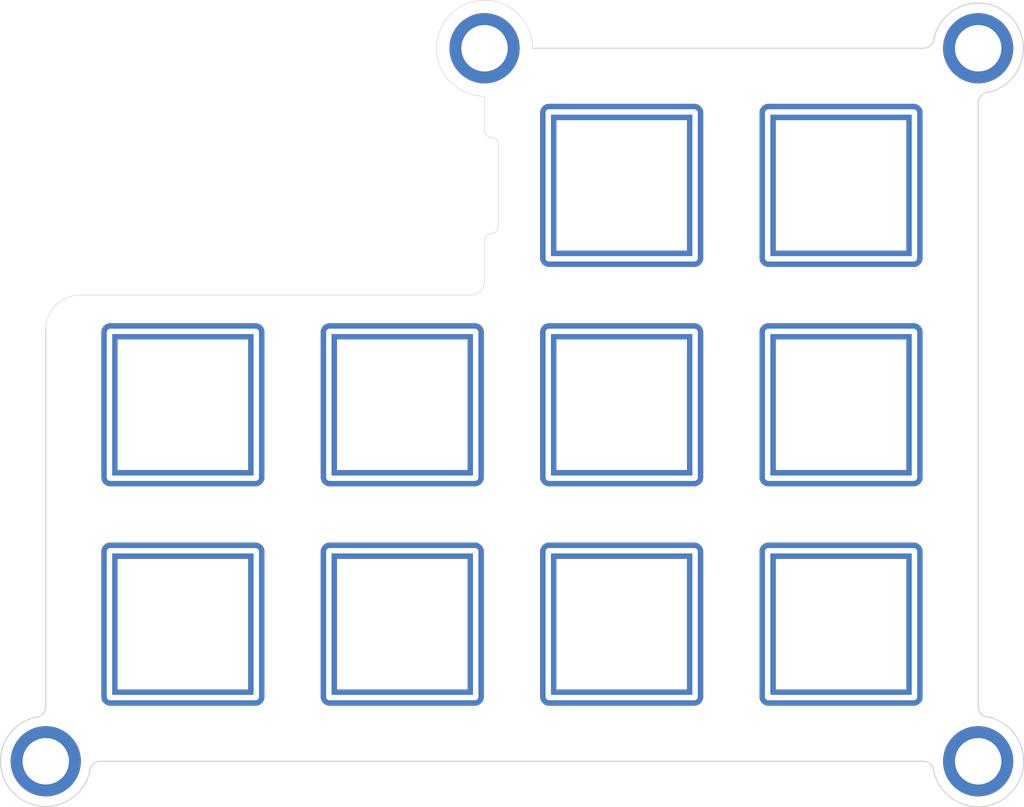
<source format=kicad_pcb>
(kicad_pcb (version 20221018) (generator pcbnew)
  (layers (0 "F.Cu" signal) (31 "B.Cu" signal) (34 "B.Paste" user) (35 "F.Paste" user) (36 "B.SilkS" user "B.Silkscreen") (37 "F.SilkS" user "F.Silkscreen") (38 "B.Mask" user) (39 "F.Mask" user) (44 "Edge.Cuts" user))
  (net 0 "")
  (net 1 "Col2")
  (net 2 "Col3")
  (net 3 "Col0")
  (net 4 "Col1")
  (footprint "kbd:M2_HOLE" (layer "F.Cu") (at 116.84 137.16)
    (fp_text reference "Ref**" hide)
    (fp_text value "Val**" hide)
    (pad "" thru_hole circle (at 0 0) (size 6.5 6.5) (drill 4.3) (layers "*.Cu" "*.Mask"))
  )
  (footprint "kbd:SW_Hole_TH" (layer "F.Cu") (at 129.54 124.46)
    (fp_text reference "SW7" hide)
    (fp_text value "SW_Push" hide)
    (pad "1" thru_hole oval (at -6.8 0) (size 1.5 15) (drill oval 0.5 14) (layers "*.Cu" "*.Mask") (net 3 "Col0"))
    (pad "1" thru_hole oval (at 0 -6.8 90) (size 1.5 15) (drill oval 0.5 14) (layers "*.Cu" "*.Mask") (net 3 "Col0"))
    (pad "1" thru_hole oval (at 0 6.8 90) (size 1.5 15) (drill oval 0.5 14) (layers "*.Cu" "*.Mask") (net 3 "Col0"))
    (pad "1" thru_hole oval (at 6.8 0) (size 1.5 15) (drill oval 0.5 14) (layers "*.Cu" "*.Mask") (net 3 "Col0"))
  )
  (footprint "kbd:SW_Hole_TH" (layer "F.Cu") (at 190.5 83.82)
    (fp_text reference "SW2" hide)
    (fp_text value "SW_Push" hide)
    (pad "1" thru_hole oval (at -6.8 0) (size 1.5 15) (drill oval 0.5 14) (layers "*.Cu" "*.Mask") (net 2 "Col3"))
    (pad "1" thru_hole oval (at 0 -6.8 90) (size 1.5 15) (drill oval 0.5 14) (layers "*.Cu" "*.Mask") (net 2 "Col3"))
    (pad "1" thru_hole oval (at 0 6.8 90) (size 1.5 15) (drill oval 0.5 14) (layers "*.Cu" "*.Mask") (net 2 "Col3"))
    (pad "1" thru_hole oval (at 6.8 0) (size 1.5 15) (drill oval 0.5 14) (layers "*.Cu" "*.Mask") (net 2 "Col3"))
  )
  (footprint "kbd:SW_Hole_TH" (layer "F.Cu") (at 190.5 124.46)
    (fp_text reference "SW10" hide)
    (fp_text value "SW_Push" hide)
    (pad "1" thru_hole oval (at -6.8 0) (size 1.5 15) (drill oval 0.5 14) (layers "*.Cu" "*.Mask") (net 2 "Col3"))
    (pad "1" thru_hole oval (at 0 -6.8 90) (size 1.5 15) (drill oval 0.5 14) (layers "*.Cu" "*.Mask") (net 2 "Col3"))
    (pad "1" thru_hole oval (at 0 6.8 90) (size 1.5 15) (drill oval 0.5 14) (layers "*.Cu" "*.Mask") (net 2 "Col3"))
    (pad "1" thru_hole oval (at 6.8 0) (size 1.5 15) (drill oval 0.5 14) (layers "*.Cu" "*.Mask") (net 2 "Col3"))
  )
  (footprint "kbd:SW_Hole_TH" (layer "F.Cu") (at 170.18 83.82)
    (fp_text reference "SW1" hide)
    (fp_text value "SW_Push" hide)
    (pad "1" thru_hole oval (at -6.8 0) (size 1.5 15) (drill oval 0.5 14) (layers "*.Cu" "*.Mask") (net 1 "Col2"))
    (pad "1" thru_hole oval (at 0 -6.8 90) (size 1.5 15) (drill oval 0.5 14) (layers "*.Cu" "*.Mask") (net 1 "Col2"))
    (pad "1" thru_hole oval (at 0 6.8 90) (size 1.5 15) (drill oval 0.5 14) (layers "*.Cu" "*.Mask") (net 1 "Col2"))
    (pad "1" thru_hole oval (at 6.8 0) (size 1.5 15) (drill oval 0.5 14) (layers "*.Cu" "*.Mask") (net 1 "Col2"))
  )
  (footprint "kbd:M2_HOLE" (layer "F.Cu") (at 203.2 71.12)
    (fp_text reference "Ref**" hide)
    (fp_text value "Val**" hide)
    (pad "" thru_hole circle (at 0 0) (size 6.5 6.5) (drill 4.3) (layers "*.Cu" "*.Mask"))
  )
  (footprint "kbd:SW_Hole_TH" (layer "F.Cu") (at 190.5 104.14)
    (fp_text reference "SW6" hide)
    (fp_text value "SW_Push" hide)
    (pad "1" thru_hole oval (at -6.8 0) (size 1.5 15) (drill oval 0.5 14) (layers "*.Cu" "*.Mask") (net 2 "Col3"))
    (pad "1" thru_hole oval (at 0 -6.8 90) (size 1.5 15) (drill oval 0.5 14) (layers "*.Cu" "*.Mask") (net 2 "Col3"))
    (pad "1" thru_hole oval (at 0 6.8 90) (size 1.5 15) (drill oval 0.5 14) (layers "*.Cu" "*.Mask") (net 2 "Col3"))
    (pad "1" thru_hole oval (at 6.8 0) (size 1.5 15) (drill oval 0.5 14) (layers "*.Cu" "*.Mask") (net 2 "Col3"))
  )
  (footprint "kbd:M2_HOLE" (layer "F.Cu") (at 157.48 71.12)
    (fp_text reference "Ref**" hide)
    (fp_text value "Val**" hide)
    (pad "" thru_hole circle (at 0 0) (size 6.5 6.5) (drill 4.3) (layers "*.Cu" "*.Mask"))
  )
  (footprint "kbd:SW_Hole_TH" (layer "F.Cu") (at 170.18 104.14)
    (fp_text reference "SW5" hide)
    (fp_text value "SW_Push" hide)
    (pad "1" thru_hole oval (at -6.8 0) (size 1.5 15) (drill oval 0.5 14) (layers "*.Cu" "*.Mask") (net 1 "Col2"))
    (pad "1" thru_hole oval (at 0 -6.8 90) (size 1.5 15) (drill oval 0.5 14) (layers "*.Cu" "*.Mask") (net 1 "Col2"))
    (pad "1" thru_hole oval (at 0 6.8 90) (size 1.5 15) (drill oval 0.5 14) (layers "*.Cu" "*.Mask") (net 1 "Col2"))
    (pad "1" thru_hole oval (at 6.8 0) (size 1.5 15) (drill oval 0.5 14) (layers "*.Cu" "*.Mask") (net 1 "Col2"))
  )
  (footprint "kbd:M2_HOLE" (layer "F.Cu") (at 203.2 137.16)
    (fp_text reference "Ref**" hide)
    (fp_text value "Val**" hide)
    (pad "" thru_hole circle (at 0 0) (size 6.5 6.5) (drill 4.3) (layers "*.Cu" "*.Mask"))
  )
  (footprint "kbd:SW_Hole_TH" (layer "F.Cu") (at 129.54 104.14)
    (fp_text reference "SW3" hide)
    (fp_text value "SW_Push" hide)
    (pad "1" thru_hole oval (at -6.8 0) (size 1.5 15) (drill oval 0.5 14) (layers "*.Cu" "*.Mask") (net 3 "Col0"))
    (pad "1" thru_hole oval (at 0 -6.8 90) (size 1.5 15) (drill oval 0.5 14) (layers "*.Cu" "*.Mask") (net 3 "Col0"))
    (pad "1" thru_hole oval (at 0 6.8 90) (size 1.5 15) (drill oval 0.5 14) (layers "*.Cu" "*.Mask") (net 3 "Col0"))
    (pad "1" thru_hole oval (at 6.8 0) (size 1.5 15) (drill oval 0.5 14) (layers "*.Cu" "*.Mask") (net 3 "Col0"))
  )
  (footprint "kbd:SW_Hole_TH" (layer "F.Cu") (at 149.86 104.14)
    (fp_text reference "SW4" hide)
    (fp_text value "SW_Push" hide)
    (pad "1" thru_hole oval (at -6.8 0) (size 1.5 15) (drill oval 0.5 14) (layers "*.Cu" "*.Mask") (net 4 "Col1"))
    (pad "1" thru_hole oval (at 0 -6.8 90) (size 1.5 15) (drill oval 0.5 14) (layers "*.Cu" "*.Mask") (net 4 "Col1"))
    (pad "1" thru_hole oval (at 0 6.8 90) (size 1.5 15) (drill oval 0.5 14) (layers "*.Cu" "*.Mask") (net 4 "Col1"))
    (pad "1" thru_hole oval (at 6.8 0) (size 1.5 15) (drill oval 0.5 14) (layers "*.Cu" "*.Mask") (net 4 "Col1"))
  )
  (footprint "kbd:SW_Hole_TH" (layer "F.Cu") (at 170.18 124.46)
    (fp_text reference "SW9" hide)
    (fp_text value "SW_Push" hide)
    (pad "1" thru_hole oval (at -6.8 0) (size 1.5 15) (drill oval 0.5 14) (layers "*.Cu" "*.Mask") (net 1 "Col2"))
    (pad "1" thru_hole oval (at 0 -6.8 90) (size 1.5 15) (drill oval 0.5 14) (layers "*.Cu" "*.Mask") (net 1 "Col2"))
    (pad "1" thru_hole oval (at 0 6.8 90) (size 1.5 15) (drill oval 0.5 14) (layers "*.Cu" "*.Mask") (net 1 "Col2"))
    (pad "1" thru_hole oval (at 6.8 0) (size 1.5 15) (drill oval 0.5 14) (layers "*.Cu" "*.Mask") (net 1 "Col2"))
  )
  (footprint "kbd:SW_Hole_TH" (layer "F.Cu") (at 149.86 124.46)
    (fp_text reference "SW8" hide)
    (fp_text value "SW_Push" hide)
    (pad "1" thru_hole oval (at -6.8 0) (size 1.5 15) (drill oval 0.5 14) (layers "*.Cu" "*.Mask") (net 4 "Col1"))
    (pad "1" thru_hole oval (at 0 -6.8 90) (size 1.5 15) (drill oval 0.5 14) (layers "*.Cu" "*.Mask") (net 4 "Col1"))
    (pad "1" thru_hole oval (at 0 6.8 90) (size 1.5 15) (drill oval 0.5 14) (layers "*.Cu" "*.Mask") (net 4 "Col1"))
    (pad "1" thru_hole oval (at 6.8 0) (size 1.5 15) (drill oval 0.5 14) (layers "*.Cu" "*.Mask") (net 4 "Col1"))
  )
  (gr_arc (start 203.761631 132.988738) (mid 203.351739 132.614143) (end 203.2 132.08) (stroke (width 0.1)) (layer "Edge.Cuts"))
  (gr_arc (start 116.84 97.155) (mid 117.769936 94.909936) (end 120.015 93.98) (stroke (width 0.05)) (layer "Edge.Cuts"))
  (gr_arc (start 120.904001 138.176) (mid 121.20158 137.45758) (end 121.92 137.160001) (stroke (width 0.1)) (layer "Edge.Cuts"))
  (gr_line (start 157.48 91.44) (end 157.48 88.9) (stroke (width 0.05)) (layer "Edge.Cuts"))
  (gr_arc (start 157.48 75.565) (mid 154.33691 67.97691) (end 161.925 71.12) (stroke (width 0.05)) (layer "Edge.Cuts"))
  (gr_arc (start 158.115 79.375) (mid 157.665987 79.189013) (end 157.48 78.74) (stroke (width 0.05)) (layer "Edge.Cuts"))
  (gr_line (start 161.925 71.12) (end 161.925 71.12) (stroke (width 0.05)) (layer "Edge.Cuts"))
  (gr_arc (start 199.136 70.104) (mid 206.162124 68.157876) (end 204.216 75.184) (stroke (width 0.1)) (layer "Edge.Cuts"))
  (gr_line (start 157.48 75.565) (end 157.48 78.74) (stroke (width 0.05)) (layer "Edge.Cuts"))
  (gr_line (start 198.12 137.16) (end 121.92 137.16) (stroke (width 0.1)) (layer "Edge.Cuts"))
  (gr_arc (start 198.12 137.16) (mid 198.654143 137.311739) (end 199.028738 137.721631) (stroke (width 0.1)) (layer "Edge.Cuts"))
  (gr_line (start 203.2 76.2) (end 203.2 132.08) (stroke (width 0.1)) (layer "Edge.Cuts"))
  (gr_arc (start 158.75 87.63) (mid 158.564013 88.079013) (end 158.115 88.265) (stroke (width 0.05)) (layer "Edge.Cuts"))
  (gr_arc (start 199.136 70.104) (mid 198.83842 70.82242) (end 198.12 71.12) (stroke (width 0.1)) (layer "Edge.Cuts"))
  (gr_arc (start 120.904001 138.176) (mid 113.877876 140.122124) (end 115.824 133.095999) (stroke (width 0.1)) (layer "Edge.Cuts"))
  (gr_line (start 157.48 91.44) (end 157.48 92.71) (stroke (width 0.05)) (layer "Edge.Cuts"))
  (gr_arc (start 203.2 76.2) (mid 203.49758 75.48158) (end 204.216 75.184) (stroke (width 0.1)) (layer "Edge.Cuts"))
  (gr_arc (start 157.48 92.71) (mid 157.108026 93.608026) (end 156.21 93.98) (stroke (width 0.05)) (layer "Edge.Cuts"))
  (gr_line (start 120.015 93.98) (end 156.21 93.98) (stroke (width 0.05)) (layer "Edge.Cuts"))
  (gr_arc (start 203.761631 132.988738) (mid 206.176143 140.136143) (end 199.028738 137.721631) (stroke (width 0.1)) (layer "Edge.Cuts"))
  (gr_arc (start 158.115 79.375) (mid 158.564013 79.560987) (end 158.75 80.01) (stroke (width 0.05)) (layer "Edge.Cuts"))
  (gr_line (start 116.84 132.08) (end 116.84 97.155) (stroke (width 0.1)) (layer "Edge.Cuts"))
  (gr_line (start 158.75 80.01) (end 158.75 87.63) (stroke (width 0.05)) (layer "Edge.Cuts"))
  (gr_arc (start 157.48 88.9) (mid 157.665987 88.450987) (end 158.115 88.265) (stroke (width 0.05)) (layer "Edge.Cuts"))
  (gr_line (start 198.12 71.12) (end 161.925 71.12) (stroke (width 0.1)) (layer "Edge.Cuts"))
  (gr_arc (start 116.84 132.08) (mid 116.54242 132.79842) (end 115.824 133.096) (stroke (width 0.1)) (layer "Edge.Cuts"))
)
</source>
